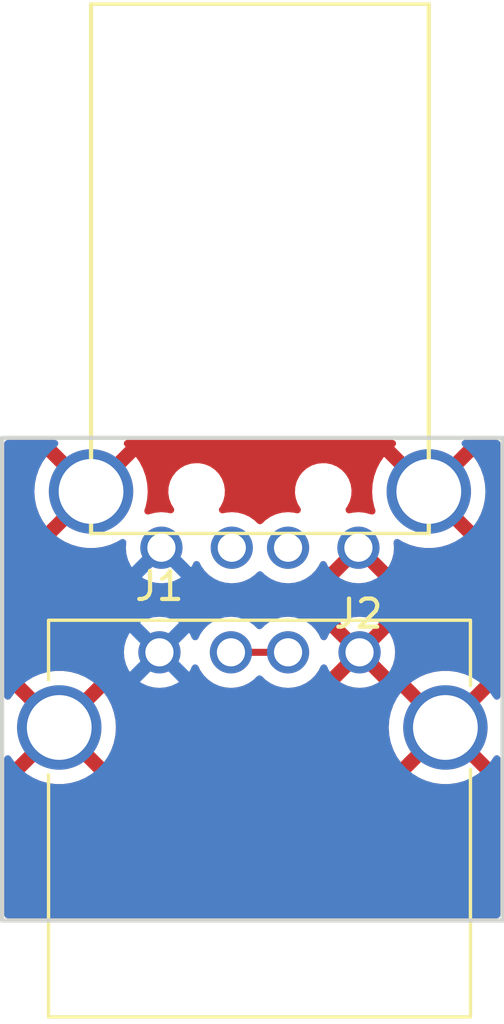
<source format=kicad_pcb>
(kicad_pcb (version 20221018) (generator pcbnew)
  (layers (0 "F.Cu" signal) (31 "B.Cu" signal) (34 "B.Paste" user) (35 "F.Paste" user) (36 "B.SilkS" user "B.Silkscreen") (37 "F.SilkS" user "F.Silkscreen") (38 "B.Mask" user) (39 "F.Mask" user) (44 "Edge.Cuts" user))
  (net 0 "")
  (net 1 "GND")
  (net 2 "Net-(J1-Pad2)")
  (net 3 "VBUS")
  (net 4 "Net-(J2-Pad2)")
  (net 5 "Net-(J2-Pad3)")
  (footprint "Connectors:USB_A" (layer "F.Cu") (at 149.1 104.775)
    (fp_text reference "J1" (at 0 -2.35) (layer "F.SilkS"))
    (fp_text value "USB_A")
    (fp_line (start -3.94 -1.14) (end -3.94 0.98) (stroke (width 0.12)) (layer "F.SilkS"))
    (fp_line (start -3.94 4.35) (end -3.94 12.95) (stroke (width 0.12)) (layer "F.SilkS"))
    (fp_line (start 11.05 -1.14) (end -3.94 -1.14) (stroke (width 0.12)) (layer "F.SilkS"))
    (fp_line (start 11.05 -1.14) (end 11.05 1.19) (stroke (width 0.12)) (layer "F.SilkS"))
    (fp_line (start 11.05 4.15) (end 11.05 12.95) (stroke (width 0.12)) (layer "F.SilkS"))
    (fp_line (start 11.05 12.95) (end -3.94 12.95) (stroke (width 0.12)) (layer "F.SilkS"))
    (pad "1" thru_hole circle (at 0 0 270) (size 1.5 1.5) (drill 1) (layers "*.Cu" "*.Mask") (net 3 "VBUS"))
    (pad "2" thru_hole circle (at 2.54 0 270) (size 1.5 1.5) (drill 1) (layers "*.Cu" "*.Mask") (net 2 "Net-(J1-Pad2)"))
    (pad "3" thru_hole circle (at 4.57 0 270) (size 1.5 1.5) (drill 1) (layers "*.Cu" "*.Mask") (net 2 "Net-(J1-Pad2)"))
    (pad "4" thru_hole circle (at 7.11 0 270) (size 1.5 1.5) (drill 1) (layers "*.Cu" "*.Mask") (net 1 "GND"))
    (pad "5" thru_hole circle (at -3.56 2.67 270) (size 3 3) (drill 2.3) (layers "*.Cu" "*.Mask") (net 1 "GND"))
    (pad "5" thru_hole circle (at 10.16 2.67 270) (size 3 3) (drill 2.3) (layers "*.Cu" "*.Mask") (net 1 "GND"))
  )
  (footprint "Icenowy_Connectors:USB_A_Plug" (layer "F.Cu") (at 156.17 101.06 180)
    (fp_text reference "J2" (at 0 -2.35 180) (layer "F.SilkS"))
    (fp_text value "USB_A")
    (fp_line (start -2.5 0.508) (end -2.5 19.308) (stroke (width 0.15)) (layer "F.SilkS"))
    (fp_line (start -2.5 0.508) (end 9.5 0.508) (stroke (width 0.12)) (layer "F.SilkS"))
    (fp_line (start -2.5 19.308) (end 9.5 19.308) (stroke (width 0.12)) (layer "F.SilkS"))
    (fp_line (start 9.5 0.508) (end 9.5 19.308) (stroke (width 0.15)) (layer "F.SilkS"))
    (pad "" np_thru_hole circle (at 1.25 2 90) (size 1.5 1.5) (drill 1.5) (layers "*.Cu" "*.Mask"))
    (pad "" np_thru_hole circle (at 5.75 2 90) (size 1.5 1.5) (drill 1.5) (layers "*.Cu" "*.Mask"))
    (pad "1" thru_hole circle (at 7 0 90) (size 1.5 1.5) (drill 1) (layers "*.Cu" "*.Mask") (net 3 "VBUS"))
    (pad "2" thru_hole circle (at 4.5 0 90) (size 1.5 1.5) (drill 1) (layers "*.Cu" "*.Mask") (net 4 "Net-(J2-Pad2)"))
    (pad "3" thru_hole circle (at 2.5 0 90) (size 1.5 1.5) (drill 1) (layers "*.Cu" "*.Mask") (net 5 "Net-(J2-Pad3)"))
    (pad "4" thru_hole circle (at 0 0 90) (size 1.5 1.5) (drill 1) (layers "*.Cu" "*.Mask") (net 1 "GND"))
    (pad "5" thru_hole circle (at -2.5 2 90) (size 3 3) (drill 2.3) (layers "*.Cu" "*.Mask") (net 1 "GND"))
    (pad "5" thru_hole circle (at 9.5 2 90) (size 3 3) (drill 2.3) (layers "*.Cu" "*.Mask") (net 1 "GND"))
  )
  (gr_line (start 143.51 114.3) (end 161.29 114.3) (stroke (width 0.15)) (layer "Edge.Cuts"))
  (gr_line (start 143.51 97.155) (end 143.51 114.3) (stroke (width 0.15)) (layer "Edge.Cuts"))
  (gr_line (start 161.29 97.155) (end 143.51 97.155) (stroke (width 0.15)) (layer "Edge.Cuts"))
  (gr_line (start 161.29 114.3) (end 161.29 97.155) (stroke (width 0.15)) (layer "Edge.Cuts"))
  (segment (start 151.64 104.775) (end 153.67 104.775) (width 0.25) (layer "F.Cu") (net 2))
  (zone (net 1) (net_name "GND") (layer "F.Cu") (connect_pads (clearance 0.508)) (min_thickness 0.254) (fill yes (thermal_gap 0.508) (thermal_bridge_width 0.508))
    (polygon (pts (xy 161.29 114.3) (xy 143.51 114.3) (xy 143.51 97.155) (xy 161.29 97.155)))
  )
  (zone (net 3) (net_name "VBUS") (layer "B.Cu") (connect_pads (clearance 0.508)) (min_thickness 0.254) (fill yes (thermal_gap 0.508) (thermal_bridge_width 0.508))
    (polygon (pts (xy 161.29 114.3) (xy 143.51 114.3) (xy 143.51 97.155) (xy 161.29 97.155)))
  )
)
</source>
